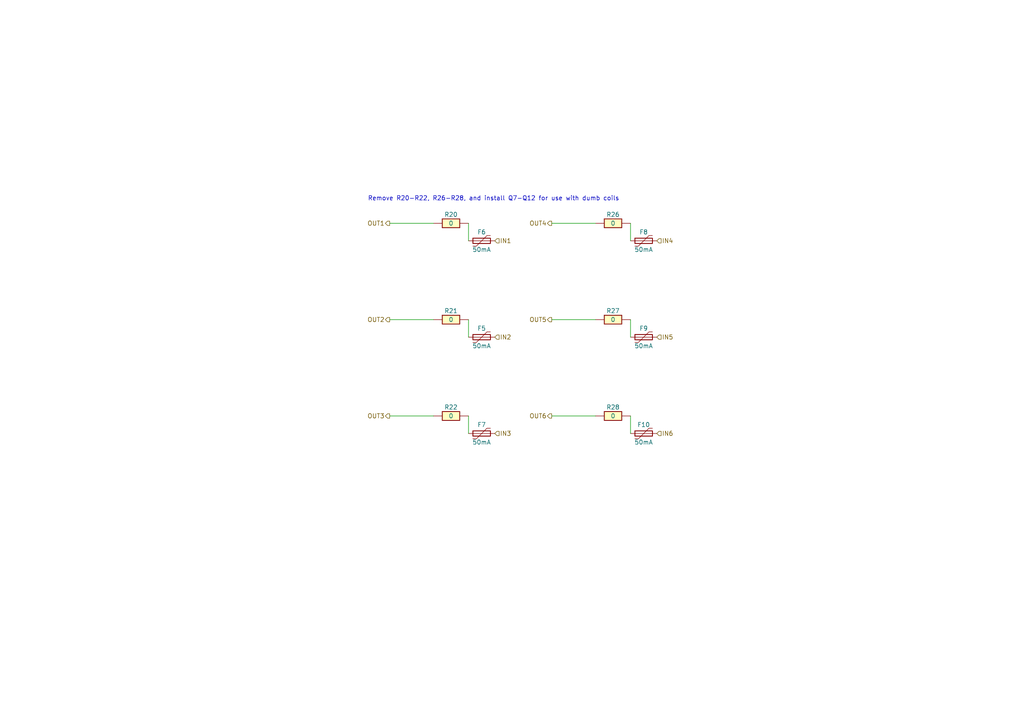
<source format=kicad_sch>
(kicad_sch (version 20231120) (generator "eeschema") (generator_version "8.0")
  (paper "A4")
  (title_block (title "UAEFI") (date "2024-08-15") (rev "D") (company "rusEFI.com"))
  (lib_symbols
    (symbol "Device:Polyfuse" (pin_numbers hide) (pin_names (offset 0))
      (property "Reference" "F" (at -2.54 0 90))
      (property "Value" "Polyfuse" (at 2.54 0 90))
      (symbol "Polyfuse_0_1"
        (rectangle (start -0.762 2.54) (end 0.762 -2.54) (stroke (width 0.254)))
        (polyline (pts (xy 0 2.54) (xy 0 -2.54)))
        (polyline (pts (xy -1.524 2.54) (xy -1.524 1.524) (xy 1.524 -1.524) (xy 1.524 -2.54)))
      )
      (symbol "Polyfuse_1_1"
        (pin passive line (at 0 3.81 270) (length 1.27) (name "~") (number "1"))
        (pin passive line (at 0 -3.81 90) (length 1.27) (name "~") (number "2"))
      )
    )
    (symbol "hellen-one-common:Res" (pin_numbers hide)
      (property "Reference" "R" (at 3.81 2.54 0))
      (property "Value" "Res" (at 5.08 -2.54 0))
      (symbol "Res_1_0"
        (rectangle (start 2.54 -1.27) (end 7.62 1.27) (stroke (width 0.254)) (fill (type background)))
        (pin passive line (at 0 0 0) (length 2.54) (name "") (number "1"))
        (pin passive line (at 10.16 0 180) (length 2.54) (name "") (number "2"))
      )
    )
  )
  (wire (pts (xy 182.88 64.77) (xy 182.88 69.85)))
  (wire (pts (xy 160.02 64.77) (xy 172.72 64.77)))
  (wire (pts (xy 113.03 120.65) (xy 125.73 120.65)))
  (wire (pts (xy 135.89 92.71) (xy 135.89 97.79)))
  (wire (pts (xy 135.89 120.65) (xy 135.89 125.73)))
  (wire (pts (xy 160.02 120.65) (xy 172.72 120.65)))
  (wire (pts (xy 113.03 64.77) (xy 125.73 64.77)))
  (wire (pts (xy 113.03 92.71) (xy 125.73 92.71)))
  (wire (pts (xy 160.02 92.71) (xy 172.72 92.71)))
  (wire (pts (xy 182.88 92.71) (xy 182.88 97.79)))
  (wire (pts (xy 182.88 120.65) (xy 182.88 125.73)))
  (wire (pts (xy 135.89 64.77) (xy 135.89 69.85)))
  (text "Remove R20-R22, R26-R28, and install Q7-Q12 for use with dumb coils" (at 106.68 58.42 0) (effects (font (size 1.27 1.27)) (justify left bottom)))
  (hierarchical_label "IN5" (shape input) (at 190.5 97.79 0))
  (hierarchical_label "OUT1" (shape output) (at 113.03 64.77 180))
  (hierarchical_label "OUT3" (shape output) (at 113.03 120.65 180))
  (hierarchical_label "IN2" (shape input) (at 143.51 97.79 0))
  (hierarchical_label "IN6" (shape input) (at 190.5 125.73 0))
  (hierarchical_label "OUT6" (shape output) (at 160.02 120.65 180))
  (hierarchical_label "OUT5" (shape output) (at 160.02 92.71 180))
  (hierarchical_label "OUT2" (shape output) (at 113.03 92.71 180))
  (hierarchical_label "IN3" (shape input) (at 143.51 125.73 0))
  (hierarchical_label "IN1" (shape input) (at 143.51 69.85 0))
  (hierarchical_label "OUT4" (shape output) (at 160.02 64.77 180))
  (hierarchical_label "IN4" (shape input) (at 190.5 69.85 0))
  (symbol (lib_id "Device:Polyfuse") (at 186.69 125.73 90) (unit 1)
    (property "Reference" "F10" (at 186.69 123.19 90))
    (property "Value" "50mA" (at 186.69 128.27 90))
    (property "Footprint" "Fuse:Fuse_0603_1608Metric" (effects (hide yes)))
    (property "LCSC" "C369141" (effects (hide yes)))
  )
  (symbol (lib_id "hellen-one-common:Res") (at 172.72 64.77 0) (unit 1)
    (property "Reference" "R26" (at 177.8 62.23 0))
    (property "Value" "0" (at 177.8 64.77 0))
    (property "Footprint" "hellen-one-common:R0603" (effects (hide yes)))
    (property "LCSC" "C21189" (effects (hide yes)))
  )
  (symbol (lib_id "hellen-one-common:Res") (at 125.73 64.77 0) (unit 1)
    (property "Reference" "R20" (at 130.81 62.23 0))
    (property "Value" "0" (at 130.81 64.77 0))
    (property "Footprint" "hellen-one-common:R0603" (effects (hide yes)))
    (property "LCSC" "C21189" (effects (hide yes)))
  )
  (symbol (lib_id "Device:Polyfuse") (at 186.69 97.79 90) (unit 1)
    (property "Reference" "F9" (at 186.69 95.25 90))
    (property "Value" "50mA" (at 186.69 100.33 90))
    (property "Footprint" "Fuse:Fuse_0603_1608Metric" (effects (hide yes)))
    (property "LCSC" "C369141" (effects (hide yes)))
  )
  (symbol (lib_id "hellen-one-common:Res") (at 125.73 92.71 0) (unit 1)
    (property "Reference" "R21" (at 130.81 90.17 0))
    (property "Value" "0" (at 130.81 92.71 0))
    (property "Footprint" "hellen-one-common:R0603" (effects (hide yes)))
    (property "LCSC" "C21189" (effects (hide yes)))
  )
  (symbol (lib_id "hellen-one-common:Res") (at 172.72 120.65 0) (unit 1)
    (property "Reference" "R28" (at 177.8 118.11 0))
    (property "Value" "0" (at 177.8 120.65 0))
    (property "Footprint" "hellen-one-common:R0603" (effects (hide yes)))
    (property "LCSC" "C21189" (effects (hide yes)))
  )
  (symbol (lib_id "hellen-one-common:Res") (at 172.72 92.71 0) (unit 1)
    (property "Reference" "R27" (at 177.8 90.17 0))
    (property "Value" "0" (at 177.8 92.71 0))
    (property "Footprint" "hellen-one-common:R0603" (effects (hide yes)))
    (property "LCSC" "C21189" (effects (hide yes)))
  )
  (symbol (lib_id "Device:Polyfuse") (at 139.7 69.85 90) (unit 1)
    (property "Reference" "F6" (at 139.7 67.31 90))
    (property "Value" "50mA" (at 139.7 72.39 90))
    (property "Footprint" "Fuse:Fuse_0603_1608Metric" (effects (hide yes)))
    (property "LCSC" "C369141" (effects (hide yes)))
  )
  (symbol (lib_id "Device:Polyfuse") (at 139.7 97.79 90) (unit 1)
    (property "Reference" "F5" (at 139.7 95.25 90))
    (property "Value" "50mA" (at 139.7 100.33 90))
    (property "Footprint" "Fuse:Fuse_0603_1608Metric" (effects (hide yes)))
    (property "LCSC" "C369141" (effects (hide yes)))
  )
  (symbol (lib_id "hellen-one-common:Res") (at 125.73 120.65 0) (unit 1)
    (property "Reference" "R22" (at 130.81 118.11 0))
    (property "Value" "0" (at 130.81 120.65 0))
    (property "Footprint" "hellen-one-common:R0603" (effects (hide yes)))
    (property "LCSC" "C21189" (effects (hide yes)))
  )
  (symbol (lib_id "Device:Polyfuse") (at 186.69 69.85 90) (unit 1)
    (property "Reference" "F8" (at 186.69 67.31 90))
    (property "Value" "50mA" (at 186.69 72.39 90))
    (property "Footprint" "Fuse:Fuse_0603_1608Metric" (effects (hide yes)))
    (property "LCSC" "C369141" (effects (hide yes)))
  )
  (symbol (lib_id "Device:Polyfuse") (at 139.7 125.73 90) (unit 1)
    (property "Reference" "F7" (at 139.7 123.19 90))
    (property "Value" "50mA" (at 139.7 128.27 90))
    (property "Footprint" "Fuse:Fuse_0603_1608Metric" (effects (hide yes)))
    (property "LCSC" "C369141" (effects (hide yes)))
  )
)
</source>
